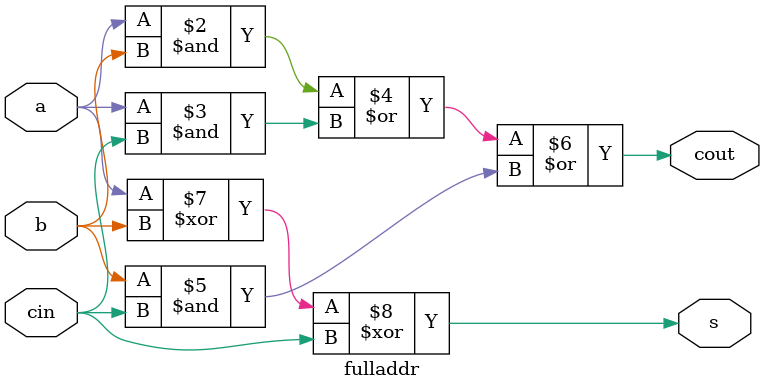
<source format=sv>
module fulladdr(
  input logic a,
  input logic b,
  input logic cin, 
  output logic s,
  output logic cout
);
  
/*  assign cout = (a&b)|(a&cin)|(b&cin);
  	assign s = a^b^cin;
*/
  
  always_comb begin
    cout = (a&b)|(a&cin)|(b&cin);
    s = a^b^cin;
  end
  
endmodule

</source>
